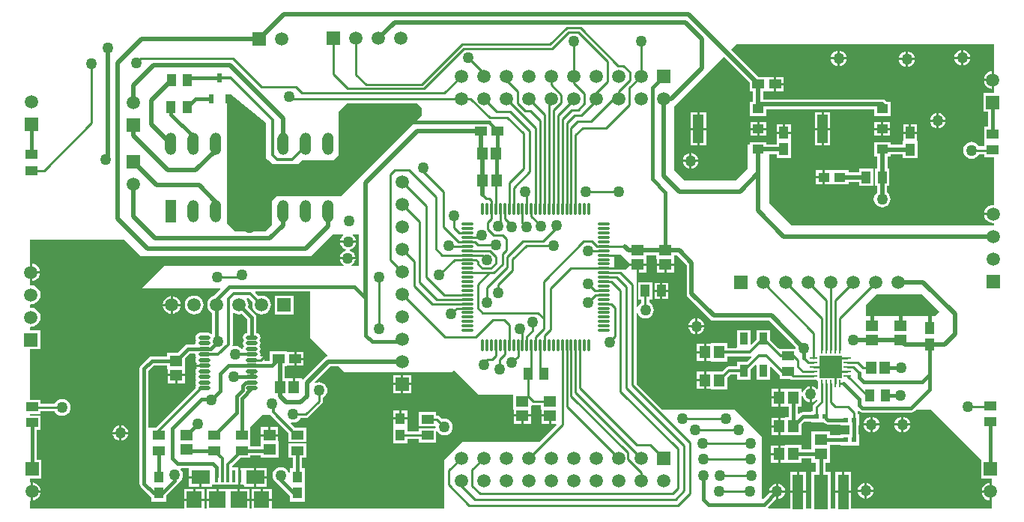
<source format=gtl>
G04 Layer_Physical_Order=1*
G04 Layer_Color=255*
%FSLAX25Y25*%
%MOIN*%
G70*
G01*
G75*
%ADD10O,0.00984X0.03347*%
%ADD11O,0.03347X0.00984*%
%ADD12R,0.10236X0.09843*%
%ADD13O,0.01181X0.05709*%
%ADD14O,0.05709X0.01181*%
%ADD15R,0.03937X0.05315*%
%ADD16R,0.05709X0.05118*%
%ADD17R,0.05315X0.03937*%
%ADD18R,0.02362X0.03937*%
%ADD19R,0.05118X0.04134*%
%ADD20R,0.04134X0.05315*%
%ADD21R,0.05315X0.04134*%
%ADD22R,0.04134X0.05118*%
%ADD23R,0.05118X0.05709*%
%ADD24R,0.04449X0.05787*%
%ADD25O,0.05315X0.01772*%
%ADD26R,0.08268X0.06299*%
%ADD27R,0.07087X0.07480*%
%ADD28R,0.07480X0.07480*%
%ADD29R,0.01575X0.05315*%
%ADD30R,0.02244X0.02441*%
%ADD31R,0.04921X0.12598*%
%ADD32R,0.04921X0.03937*%
%ADD33R,0.03740X0.05315*%
%ADD34R,0.05118X0.15748*%
%ADD35R,0.06299X0.15748*%
%ADD36C,0.01000*%
%ADD37C,0.01200*%
%ADD38C,0.01600*%
%ADD39C,0.02000*%
%ADD40C,0.00800*%
%ADD41O,0.05000X0.10000*%
%ADD42R,0.05000X0.10000*%
%ADD43R,0.05906X0.05906*%
%ADD44C,0.05906*%
%ADD45R,0.05906X0.05906*%
%ADD46C,0.05000*%
G36*
X339157Y210271D02*
Y197400D01*
X339328Y196542D01*
X339814Y195814D01*
X349514Y186114D01*
X350242Y185628D01*
X351100Y185457D01*
X375971D01*
X387633Y173795D01*
X387568Y173300D01*
X387266Y172955D01*
X380542D01*
X380542Y172955D01*
Y172955D01*
X380082Y173087D01*
X376270Y176899D01*
Y181231D01*
X370130D01*
Y176899D01*
X368071Y174839D01*
X367609Y175031D01*
Y181231D01*
X361469D01*
Y173516D01*
X361085Y173235D01*
X357359D01*
Y175454D01*
X349841D01*
Y175254D01*
X347801D01*
Y171400D01*
Y167546D01*
X349841D01*
Y167346D01*
X357359D01*
Y169565D01*
X367227D01*
X367694Y169658D01*
X367896Y169364D01*
X367940Y169197D01*
X365801Y167058D01*
X361469D01*
Y165035D01*
X357900D01*
X357198Y164896D01*
X356602Y164498D01*
X355059Y162954D01*
X349841D01*
Y162754D01*
X347801D01*
Y158900D01*
Y155046D01*
X349841D01*
Y154846D01*
X357359D01*
Y160064D01*
X358660Y161365D01*
X361469D01*
Y159343D01*
X367609D01*
Y163675D01*
X369668Y165734D01*
X370130Y165543D01*
Y159343D01*
X376270D01*
Y164781D01*
X376732Y164972D01*
X380302Y161402D01*
X380542Y161242D01*
Y159531D01*
X385220D01*
X385474Y159362D01*
X386137Y159230D01*
X395720D01*
X395760Y159238D01*
X396901D01*
X397082Y159089D01*
Y158979D01*
X397228D01*
X397538Y158601D01*
Y157460D01*
X397530Y157420D01*
Y155062D01*
X397030Y154892D01*
X396796Y155196D01*
X396065Y155757D01*
X395214Y156110D01*
X394800Y156164D01*
Y152700D01*
Y149236D01*
X395214Y149290D01*
X396065Y149643D01*
X396755Y150172D01*
X396952Y150150D01*
X397295Y150033D01*
X397328Y149879D01*
X395674Y148225D01*
X395298Y147662D01*
X395166Y146999D01*
Y145121D01*
X394577D01*
Y144739D01*
X390850D01*
X390069Y144584D01*
X389408Y144142D01*
X389151Y143885D01*
X388689Y144076D01*
Y147146D01*
X390409D01*
Y151696D01*
X390890Y151786D01*
X391243Y150935D01*
X391804Y150204D01*
X392535Y149643D01*
X393386Y149290D01*
X393800Y149236D01*
Y152700D01*
Y156164D01*
X393386Y156110D01*
X392535Y155757D01*
X391804Y155196D01*
X391243Y154465D01*
X390890Y153614D01*
X390409Y153704D01*
Y155254D01*
X382891D01*
Y155054D01*
X380850D01*
Y151200D01*
Y147346D01*
X382891D01*
Y147146D01*
X384610D01*
Y142554D01*
X382891D01*
Y142354D01*
X380850D01*
Y138500D01*
Y134646D01*
X382891D01*
Y134446D01*
X390409D01*
Y139375D01*
X391694Y140661D01*
X394577D01*
Y140279D01*
X400137D01*
X400558Y139858D01*
X401220Y139416D01*
X402000Y139261D01*
X407577D01*
Y138880D01*
X411562D01*
Y134820D01*
X407578D01*
Y134439D01*
X402854D01*
Y136158D01*
X394746D01*
Y128139D01*
X390359D01*
Y130154D01*
X382841D01*
Y129954D01*
X380801D01*
Y126100D01*
Y122246D01*
X382841D01*
Y122046D01*
X390359D01*
Y124061D01*
X394746D01*
Y122341D01*
X396761D01*
Y118348D01*
X394450D01*
Y102000D01*
X392320D01*
Y108774D01*
X385202D01*
Y102000D01*
X375491D01*
X375284Y102500D01*
X378829Y106045D01*
X378900Y106036D01*
Y109000D01*
X375936D01*
X375945Y108929D01*
X373100Y106084D01*
X372600Y106291D01*
X372600Y133700D01*
X360400Y145900D01*
X328251D01*
X316800Y157351D01*
Y188882D01*
X317300Y188981D01*
X317568Y188334D01*
X318161Y187561D01*
X318934Y186968D01*
X319834Y186595D01*
X320800Y186468D01*
X321766Y186595D01*
X322666Y186968D01*
X323439Y187561D01*
X324032Y188334D01*
X324405Y189234D01*
X324532Y190200D01*
X324405Y191166D01*
X324032Y192066D01*
X323439Y192839D01*
X322666Y193432D01*
X322490Y193505D01*
Y194843D01*
X323925D01*
Y202557D01*
X317588D01*
Y194843D01*
X319023D01*
Y193469D01*
X318934Y193432D01*
X318161Y192839D01*
X317568Y192066D01*
X317300Y191419D01*
X316800Y191518D01*
Y206891D01*
D01*
Y210450D01*
X317300D01*
Y210950D01*
X321154D01*
Y212990D01*
X321354D01*
Y214507D01*
X325646D01*
Y212990D01*
X325846D01*
Y210950D01*
X329700D01*
X333554D01*
Y212990D01*
X333754D01*
Y214507D01*
X334921D01*
X339157Y210271D01*
D02*
G37*
G36*
X313350Y210450D02*
X311636Y208737D01*
X307037D01*
X306900Y208600D01*
Y214700D01*
X309100D01*
X313350Y210450D01*
D02*
G37*
G36*
X193200Y209700D02*
X190061D01*
X189962Y210200D01*
X190065Y210243D01*
X190796Y210804D01*
X191357Y211535D01*
X191710Y212386D01*
X191764Y212800D01*
X184836D01*
X184890Y212386D01*
X185243Y211535D01*
X185804Y210804D01*
X186535Y210243D01*
X186638Y210200D01*
X186539Y209700D01*
X106700D01*
X97000Y200000D01*
X131563D01*
X131754Y199538D01*
X128643Y196426D01*
X127921Y196127D01*
X127053Y195462D01*
X126388Y194594D01*
X125969Y193584D01*
X125826Y192500D01*
X125969Y191416D01*
X126388Y190406D01*
X127053Y189538D01*
X127921Y188873D01*
X127976Y188850D01*
Y179910D01*
X127476Y179643D01*
X127069Y179915D01*
X126255Y180077D01*
X122712D01*
X121898Y179915D01*
X121208Y179454D01*
X120747Y178764D01*
X120585Y177950D01*
X120747Y177136D01*
X121038Y176700D01*
X120747Y176264D01*
X120585Y175450D01*
X120600Y175376D01*
X120283Y174989D01*
X117415D01*
X116635Y174834D01*
X115973Y174392D01*
X112890Y171309D01*
X107961D01*
Y169589D01*
X101150D01*
X100369Y169434D01*
X99708Y168991D01*
X96258Y165542D01*
X95816Y164880D01*
X95661Y164100D01*
Y113000D01*
X95816Y112220D01*
X96258Y111558D01*
X100541Y107275D01*
X100948Y107003D01*
Y104957D01*
X107482D01*
Y107498D01*
X112742Y112758D01*
X113184Y113420D01*
X113222Y113611D01*
X113939Y114161D01*
X114532Y114934D01*
X114905Y115834D01*
X115032Y116800D01*
X114905Y117766D01*
X114532Y118666D01*
X113999Y119361D01*
X114132Y119861D01*
X117701D01*
Y116239D01*
X122835D01*
Y115739D01*
X123335D01*
Y111590D01*
X127969D01*
Y112374D01*
X139586D01*
Y112574D01*
X139657D01*
Y116232D01*
Y119889D01*
X139586D01*
Y120089D01*
X136875D01*
Y120764D01*
X140542Y124432D01*
X144972D01*
Y125561D01*
X149461D01*
Y124441D01*
X157569D01*
Y131959D01*
X157369D01*
Y133999D01*
X149661D01*
Y131959D01*
X149461D01*
Y129639D01*
X144972D01*
Y130769D01*
Y138072D01*
X150400Y143500D01*
X153905D01*
X162057Y135347D01*
Y131518D01*
X169772D01*
Y137855D01*
X164740D01*
X162862Y139733D01*
X162959Y139994D01*
X163118Y140184D01*
X164000Y140068D01*
X164966Y140195D01*
X165866Y140568D01*
X166639Y141161D01*
X167232Y141934D01*
X167287Y142067D01*
X169700D01*
X170363Y142199D01*
X170926Y142574D01*
X176726Y148374D01*
X177101Y148937D01*
X177233Y149600D01*
Y151113D01*
X177366Y151168D01*
X178139Y151761D01*
X178732Y152534D01*
X179105Y153434D01*
X179232Y154400D01*
X179105Y155366D01*
X178732Y156266D01*
X178139Y157039D01*
X177366Y157632D01*
X176466Y158005D01*
X175500Y158132D01*
X174534Y158005D01*
X173937Y157757D01*
X173653Y158181D01*
X180529Y165057D01*
X184343D01*
X187000Y162400D01*
X234600D01*
X235600Y163400D01*
X246600Y152400D01*
X261946D01*
Y145741D01*
X262146D01*
Y143701D01*
X266000D01*
Y143201D01*
D01*
Y143701D01*
X269854D01*
Y145741D01*
X270054D01*
Y147532D01*
X270554Y147855D01*
X271000Y147767D01*
X274346D01*
Y145741D01*
X274546D01*
Y143701D01*
X278400D01*
Y143201D01*
X278900D01*
Y139642D01*
X281037D01*
X281228Y139180D01*
X273449Y131400D01*
X239100D01*
X238300Y130600D01*
X231100Y123400D01*
Y102000D01*
X154543D01*
Y105200D01*
X145457D01*
Y102000D01*
X144504D01*
Y105200D01*
X139764D01*
Y105700D01*
X139264D01*
Y110440D01*
X130815D01*
Y105700D01*
X130315D01*
Y105200D01*
X125575D01*
Y102000D01*
X124622D01*
Y105200D01*
X115535D01*
Y102000D01*
X46900D01*
Y105253D01*
X47276Y105582D01*
X47300Y105579D01*
Y109500D01*
Y113421D01*
X47276Y113418D01*
X46900Y113748D01*
Y115347D01*
X51953D01*
Y123653D01*
X49939D01*
Y136888D01*
X51758D01*
Y143225D01*
X46900D01*
Y143975D01*
X51758D01*
Y145067D01*
X57913D01*
X57968Y144934D01*
X58561Y144161D01*
X59334Y143568D01*
X60234Y143195D01*
X61200Y143068D01*
X62166Y143195D01*
X63066Y143568D01*
X63839Y144161D01*
X64432Y144934D01*
X64805Y145834D01*
X64932Y146800D01*
X64805Y147766D01*
X64432Y148666D01*
X63839Y149439D01*
X63066Y150032D01*
X62166Y150405D01*
X61200Y150532D01*
X60234Y150405D01*
X59334Y150032D01*
X58561Y149439D01*
X57968Y148666D01*
X57913Y148533D01*
X51758D01*
Y150312D01*
X46900D01*
X46900Y172847D01*
X51553D01*
Y181153D01*
X46900D01*
Y182498D01*
X47276Y182828D01*
X47400Y182811D01*
X48484Y182954D01*
X49494Y183373D01*
X50362Y184038D01*
X51027Y184906D01*
X51446Y185916D01*
X51589Y187000D01*
X51446Y188084D01*
X51027Y189094D01*
X50362Y189962D01*
X49494Y190627D01*
X48484Y191046D01*
X47400Y191189D01*
X47276Y191172D01*
X46900Y191502D01*
Y192498D01*
X47276Y192828D01*
X47400Y192811D01*
X48484Y192954D01*
X49494Y193373D01*
X50362Y194038D01*
X51027Y194906D01*
X51446Y195916D01*
X51589Y197000D01*
X51446Y198084D01*
X51027Y199094D01*
X50362Y199962D01*
X49494Y200627D01*
X48484Y201046D01*
X47400Y201189D01*
X47276Y201172D01*
X46900Y201502D01*
Y202700D01*
X46900Y202700D01*
Y207000D01*
Y211300D01*
X46900Y211300D01*
Y221500D01*
X88900D01*
X96100Y214300D01*
X171900Y214300D01*
X181600Y224000D01*
X186360D01*
X186530Y223500D01*
X186004Y223096D01*
X185443Y222365D01*
X185090Y221514D01*
X185036Y221100D01*
X191964D01*
X191910Y221514D01*
X191557Y222365D01*
X190996Y223096D01*
X190470Y223500D01*
X190640Y224000D01*
X193200D01*
Y209700D01*
D02*
G37*
G36*
X152000Y273500D02*
Y257900D01*
X152900Y257000D01*
X154850Y255050D01*
X166100D01*
X168050Y257000D01*
X182000Y257000D01*
X184300Y259300D01*
X184300Y278600D01*
X187800Y282100D01*
X219200D01*
X221400Y279900D01*
Y276900D01*
X185500Y241000D01*
X156600Y241000D01*
X154600Y239000D01*
Y228100D01*
X151600Y225100D01*
X138200D01*
X136500Y226800D01*
X134500Y228800D01*
Y282100D01*
X133800D01*
Y286100D01*
X134500Y286100D01*
X136200Y286100D01*
X152000Y273500D01*
D02*
G37*
G36*
X476000Y308600D02*
Y296887D01*
X475900Y296799D01*
Y292600D01*
Y288401D01*
X476000Y288313D01*
Y286753D01*
X471247D01*
Y278447D01*
X473361D01*
Y271712D01*
X471543D01*
Y265375D01*
X471600D01*
Y264625D01*
X471543D01*
Y263033D01*
X469187D01*
X469132Y263166D01*
X468539Y263939D01*
X467766Y264532D01*
X466866Y264905D01*
X465900Y265032D01*
X464934Y264905D01*
X464034Y264532D01*
X463261Y263939D01*
X462668Y263166D01*
X462295Y262266D01*
X462168Y261300D01*
X462295Y260334D01*
X462668Y259434D01*
X463261Y258661D01*
X464034Y258068D01*
X464934Y257695D01*
X465900Y257568D01*
X466866Y257695D01*
X467766Y258068D01*
X468539Y258661D01*
X469132Y259434D01*
X469187Y259567D01*
X471543D01*
Y258288D01*
X476000D01*
Y237300D01*
X475624Y236970D01*
X475500Y236987D01*
X474468Y236851D01*
X473507Y236453D01*
X472681Y235819D01*
X472047Y234993D01*
X471649Y234032D01*
X471579Y233500D01*
X475500D01*
Y232500D01*
X471579D01*
X471649Y231968D01*
X472047Y231007D01*
X472681Y230181D01*
X473507Y229547D01*
X474468Y229149D01*
X475500Y229013D01*
X475624Y229029D01*
X476000Y228700D01*
Y228000D01*
X462800Y228000D01*
X385800Y228000D01*
X375900Y237900D01*
X375900Y259457D01*
X379133D01*
Y257853D01*
X385667D01*
Y265568D01*
X385467D01*
Y268691D01*
X382400D01*
X379333D01*
Y265568D01*
X379133D01*
Y263943D01*
X375900D01*
Y264000D01*
X374661D01*
Y264868D01*
X367339D01*
Y264000D01*
X366100D01*
Y253100D01*
X361000Y248000D01*
X338100D01*
X333600Y252500D01*
X333600Y280800D01*
X355669Y302869D01*
X367143Y291395D01*
Y287443D01*
X368757D01*
Y282979D01*
X367339D01*
Y276642D01*
X374661D01*
Y279457D01*
X422539D01*
Y276642D01*
X429861D01*
Y282979D01*
X427991D01*
X427786Y283286D01*
X427058Y283772D01*
X426200Y283943D01*
X373243D01*
Y287443D01*
X374857D01*
Y287643D01*
X377980D01*
Y290710D01*
Y293777D01*
X374857D01*
Y293977D01*
X370905D01*
X358841Y306041D01*
X361400Y308600D01*
X476000Y308600D01*
D02*
G37*
G36*
X120600Y170524D02*
X120585Y170450D01*
X120747Y169636D01*
X121038Y169200D01*
X120747Y168764D01*
X120585Y167950D01*
X120747Y167136D01*
X121159Y166520D01*
X120935Y166186D01*
X120888Y165950D01*
X122074D01*
X122712Y165823D01*
X124484D01*
Y165077D01*
X122712D01*
X122074Y164950D01*
X120888D01*
X120935Y164714D01*
X121159Y164380D01*
X120747Y163764D01*
X120585Y162950D01*
X120747Y162136D01*
X121038Y161700D01*
X120747Y161264D01*
X120585Y160450D01*
X120747Y159636D01*
X121038Y159200D01*
X120747Y158764D01*
X120585Y157950D01*
X120747Y157136D01*
X121038Y156700D01*
X120747Y156264D01*
X120585Y155450D01*
X120597Y155392D01*
X103060Y137855D01*
X100357D01*
Y137800D01*
X99739D01*
Y163255D01*
X101994Y165510D01*
X107961D01*
Y163791D01*
X108161D01*
Y161750D01*
X112015D01*
X115869D01*
Y163791D01*
X116069D01*
Y168720D01*
X118260Y170911D01*
X120283D01*
X120600Y170524D01*
D02*
G37*
G36*
X448000Y145900D02*
X469974Y123926D01*
X470247Y123553D01*
X470247D01*
X470247Y123553D01*
Y115247D01*
X474900D01*
Y113700D01*
X474900D01*
Y109400D01*
Y105100D01*
D01*
Y102000D01*
X412398D01*
Y108774D01*
X405280D01*
Y102000D01*
X403150D01*
Y118348D01*
X400839D01*
Y122341D01*
X402854D01*
Y128640D01*
Y130361D01*
X407578D01*
Y129980D01*
X415923D01*
Y134820D01*
X415640D01*
Y138880D01*
X415922D01*
Y143720D01*
X415333D01*
Y144600D01*
X415333Y144600D01*
X415240Y145069D01*
X415701Y145315D01*
X415858Y145158D01*
X416520Y144716D01*
X417300Y144561D01*
X439000D01*
X439780Y144716D01*
X440442Y145158D01*
X441184Y145900D01*
X448000D01*
D02*
G37*
G36*
X137921Y188873D02*
X138931Y188454D01*
X140015Y188311D01*
X141099Y188454D01*
X141154Y188477D01*
X143507Y186124D01*
Y180024D01*
X142961Y179915D01*
X142271Y179454D01*
X141810Y178764D01*
X141648Y177950D01*
X141810Y177136D01*
X142101Y176700D01*
X141810Y176264D01*
X141648Y175450D01*
X141810Y174636D01*
X142101Y174200D01*
X141810Y173764D01*
X141664Y173030D01*
X141418Y172910D01*
X141160Y172865D01*
X140989Y173089D01*
X140216Y173682D01*
X139316Y174055D01*
X138350Y174182D01*
X137419Y174059D01*
X137326Y174112D01*
X137110Y174325D01*
X137025Y174447D01*
X137135Y175000D01*
Y188910D01*
X137584Y189131D01*
X137921Y188873D01*
D02*
G37*
G36*
X171500Y177900D02*
X173700Y175700D01*
X179389Y170011D01*
X179225Y169468D01*
X178742Y169372D01*
X178014Y168886D01*
X168514Y159386D01*
X168473Y159325D01*
X167973Y159477D01*
Y159754D01*
X164914D01*
Y155900D01*
X163914D01*
Y159754D01*
X161874D01*
Y159954D01*
X160358D01*
Y165233D01*
X161372D01*
Y165433D01*
X164495D01*
Y168500D01*
Y171567D01*
X161372D01*
Y171767D01*
X153657D01*
Y167526D01*
X153620Y167489D01*
X151686D01*
X151368Y167876D01*
X151383Y167950D01*
X151251Y168613D01*
X150876Y169176D01*
X150313Y169551D01*
X149650Y169683D01*
X149362Y170034D01*
X149445Y170450D01*
X149283Y171264D01*
X148992Y171700D01*
X149283Y172136D01*
X149445Y172950D01*
X149283Y173764D01*
X148992Y174200D01*
X149283Y174636D01*
X149445Y175450D01*
X149283Y176264D01*
X148992Y176700D01*
X149283Y177136D01*
X149445Y177950D01*
X149283Y178764D01*
X148822Y179454D01*
X148132Y179915D01*
X147586Y180024D01*
Y186969D01*
X147430Y187749D01*
X146988Y188410D01*
X144038Y191361D01*
X144061Y191416D01*
X144203Y192500D01*
X144061Y193584D01*
X143642Y194594D01*
X143205Y195165D01*
X143451Y195665D01*
X144255D01*
X146076Y193843D01*
X145969Y193584D01*
X145826Y192500D01*
X145969Y191416D01*
X146388Y190406D01*
X147053Y189538D01*
X147921Y188873D01*
X148931Y188454D01*
X150015Y188311D01*
X151099Y188454D01*
X152109Y188873D01*
X152977Y189538D01*
X153642Y190406D01*
X154061Y191416D01*
X154203Y192500D01*
X154061Y193584D01*
X153642Y194594D01*
X152977Y195462D01*
X152109Y196127D01*
X151099Y196546D01*
X150015Y196689D01*
X148931Y196546D01*
X148672Y196439D01*
X147111Y197999D01*
X147303Y198461D01*
X171500D01*
Y177900D01*
D02*
G37*
G36*
X451500Y189600D02*
X449500Y187600D01*
X419000D01*
Y192500D01*
X423700Y197200D01*
X443900D01*
X451500Y189600D01*
D02*
G37*
%LPC*%
G36*
X379850Y142354D02*
X376791D01*
Y139000D01*
X379850D01*
Y142354D01*
D02*
G37*
G36*
X346801Y162754D02*
X343742D01*
Y159400D01*
X346801D01*
Y162754D01*
D02*
G37*
G36*
Y175254D02*
X343742D01*
Y171900D01*
X346801D01*
Y175254D01*
D02*
G37*
G36*
Y170900D02*
X343742D01*
Y167546D01*
X346801D01*
Y170900D01*
D02*
G37*
G36*
X379850Y155054D02*
X376791D01*
Y151700D01*
X379850D01*
Y155054D01*
D02*
G37*
G36*
Y150700D02*
X376791D01*
Y147346D01*
X379850D01*
Y150700D01*
D02*
G37*
G36*
X346801Y158400D02*
X343742D01*
Y155046D01*
X346801D01*
Y158400D01*
D02*
G37*
G36*
X388261Y118148D02*
X385202D01*
Y109774D01*
X388261D01*
Y118148D01*
D02*
G37*
G36*
X392320D02*
X389261D01*
Y109774D01*
X392320D01*
Y118148D01*
D02*
G37*
G36*
X382864Y109000D02*
X379900D01*
Y106036D01*
X380314Y106090D01*
X381165Y106443D01*
X381896Y107004D01*
X382457Y107735D01*
X382810Y108586D01*
X382864Y109000D01*
D02*
G37*
G36*
X378900Y112964D02*
X378486Y112910D01*
X377635Y112557D01*
X376904Y111996D01*
X376343Y111265D01*
X375990Y110414D01*
X375936Y110000D01*
X378900D01*
Y112964D01*
D02*
G37*
G36*
X379801Y129954D02*
X376742D01*
Y126600D01*
X379801D01*
Y129954D01*
D02*
G37*
G36*
Y125600D02*
X376742D01*
Y122246D01*
X379801D01*
Y125600D01*
D02*
G37*
G36*
X379850Y138000D02*
X376791D01*
Y134646D01*
X379850D01*
Y138000D01*
D02*
G37*
G36*
X379900Y112964D02*
Y110000D01*
X382864D01*
X382810Y110414D01*
X382457Y111265D01*
X381896Y111996D01*
X381165Y112557D01*
X380314Y112910D01*
X379900Y112964D01*
D02*
G37*
G36*
X330812Y198200D02*
X328343D01*
Y195043D01*
X330812D01*
Y198200D01*
D02*
G37*
G36*
X327343Y202358D02*
X324875D01*
Y199200D01*
X327343D01*
Y202358D01*
D02*
G37*
G36*
Y198200D02*
X324875D01*
Y195043D01*
X327343D01*
Y198200D01*
D02*
G37*
G36*
X346964Y182500D02*
X344000D01*
Y179536D01*
X344414Y179590D01*
X345265Y179943D01*
X345996Y180504D01*
X346557Y181235D01*
X346910Y182086D01*
X346964Y182500D01*
D02*
G37*
G36*
X343000Y186464D02*
X342586Y186410D01*
X341735Y186057D01*
X341004Y185496D01*
X340443Y184765D01*
X340090Y183914D01*
X340036Y183500D01*
X343000D01*
Y186464D01*
D02*
G37*
G36*
Y182500D02*
X340036D01*
X340090Y182086D01*
X340443Y181235D01*
X341004Y180504D01*
X341735Y179943D01*
X342586Y179590D01*
X343000Y179536D01*
Y182500D01*
D02*
G37*
G36*
X344000Y186464D02*
Y183500D01*
X346964D01*
X346910Y183914D01*
X346557Y184765D01*
X345996Y185496D01*
X345265Y186057D01*
X344414Y186410D01*
X344000Y186464D01*
D02*
G37*
G36*
X330812Y202358D02*
X328343D01*
Y199200D01*
X330812D01*
Y202358D01*
D02*
G37*
G36*
X329200Y209950D02*
X325846D01*
Y206891D01*
X329200D01*
Y209950D01*
D02*
G37*
G36*
X333554D02*
X330200D01*
Y206891D01*
X333554D01*
Y209950D01*
D02*
G37*
G36*
X321154D02*
X317800D01*
Y206891D01*
X321154D01*
Y209950D01*
D02*
G37*
G36*
X277900Y142701D02*
X274546D01*
Y139642D01*
X277900D01*
Y142701D01*
D02*
G37*
G36*
X265500D02*
X262146D01*
Y139642D01*
X265500D01*
Y142701D01*
D02*
G37*
G36*
X269854D02*
X266500D01*
Y139642D01*
X269854D01*
Y142701D01*
D02*
G37*
G36*
X211200Y145459D02*
X208633D01*
Y142400D01*
X211200D01*
Y145459D01*
D02*
G37*
G36*
X227658Y144769D02*
X219942D01*
Y138432D01*
X227300D01*
X227495Y138084D01*
X227201Y137682D01*
X219942D01*
Y136247D01*
X214967D01*
Y138376D01*
X214767D01*
Y141400D01*
X211700D01*
X208633D01*
Y138376D01*
X208433D01*
Y130858D01*
X214967D01*
Y132780D01*
X219942D01*
Y131345D01*
X227658D01*
Y136082D01*
X228157Y136217D01*
X228661Y135561D01*
X229434Y134968D01*
X230334Y134595D01*
X231300Y134468D01*
X232266Y134595D01*
X233166Y134968D01*
X233939Y135561D01*
X234532Y136334D01*
X234905Y137234D01*
X235032Y138200D01*
X234905Y139166D01*
X234532Y140066D01*
X233939Y140839D01*
X233166Y141432D01*
X232266Y141805D01*
X231300Y141932D01*
X230334Y141805D01*
X230201Y141750D01*
X229126Y142826D01*
X228563Y143201D01*
X227900Y143333D01*
X227658D01*
Y144769D01*
D02*
G37*
G36*
X86700Y138964D02*
X86286Y138910D01*
X85435Y138557D01*
X84704Y137996D01*
X84143Y137265D01*
X83790Y136414D01*
X83736Y136000D01*
X86700D01*
Y138964D01*
D02*
G37*
G36*
X87700D02*
Y136000D01*
X90664D01*
X90610Y136414D01*
X90257Y137265D01*
X89696Y137996D01*
X88965Y138557D01*
X88114Y138910D01*
X87700Y138964D01*
D02*
G37*
G36*
X214767Y145459D02*
X212200D01*
Y142400D01*
X214767D01*
Y145459D01*
D02*
G37*
G36*
X212000Y161253D02*
X208547D01*
Y157800D01*
X212000D01*
Y161253D01*
D02*
G37*
G36*
X216453D02*
X213000D01*
Y157800D01*
X216453D01*
Y161253D01*
D02*
G37*
G36*
X212000Y156800D02*
X208547D01*
Y153347D01*
X212000D01*
Y156800D01*
D02*
G37*
G36*
X216453D02*
X213000D01*
Y153347D01*
X216453D01*
Y156800D01*
D02*
G37*
G36*
X154543Y110440D02*
X150500D01*
Y106200D01*
X154543D01*
Y110440D01*
D02*
G37*
G36*
X119579D02*
X115535D01*
Y106200D01*
X119579D01*
Y110440D01*
D02*
G37*
G36*
X51721Y109000D02*
X48300D01*
Y105579D01*
X48832Y105649D01*
X49793Y106047D01*
X50619Y106681D01*
X51253Y107507D01*
X51651Y108468D01*
X51721Y109000D01*
D02*
G37*
G36*
X144504Y110440D02*
X140264D01*
Y106200D01*
X144504D01*
Y110440D01*
D02*
G37*
G36*
X149500D02*
X145457D01*
Y106200D01*
X149500D01*
Y110440D01*
D02*
G37*
G36*
X124622D02*
X120579D01*
Y106200D01*
X124622D01*
Y110440D01*
D02*
G37*
G36*
X129815D02*
X125575D01*
Y106200D01*
X129815D01*
Y110440D01*
D02*
G37*
G36*
X86700Y135000D02*
X83736D01*
X83790Y134586D01*
X84143Y133735D01*
X84704Y133004D01*
X85435Y132443D01*
X86286Y132090D01*
X86700Y132036D01*
Y135000D01*
D02*
G37*
G36*
X169772Y130769D02*
X162057D01*
Y124432D01*
X163876D01*
Y119759D01*
X162648D01*
Y117270D01*
X162148Y117237D01*
X162105Y117566D01*
X161732Y118466D01*
X161139Y119239D01*
X160366Y119832D01*
X159466Y120205D01*
X158500Y120332D01*
X157534Y120205D01*
X156634Y119832D01*
X155861Y119239D01*
X155268Y118466D01*
X154895Y117566D01*
X154768Y116600D01*
X154895Y115634D01*
X155268Y114734D01*
X155861Y113961D01*
X156634Y113368D01*
X156842Y113282D01*
X157058Y112958D01*
X162648Y107368D01*
Y104957D01*
X169182D01*
Y112241D01*
Y119759D01*
X167954D01*
Y124432D01*
X169772D01*
Y130769D01*
D02*
G37*
G36*
X153015Y138058D02*
X149661D01*
Y134999D01*
X153015D01*
Y138058D01*
D02*
G37*
G36*
X157369D02*
X154015D01*
Y134999D01*
X157369D01*
Y138058D01*
D02*
G37*
G36*
X90664Y135000D02*
X87700D01*
Y132036D01*
X88114Y132090D01*
X88965Y132443D01*
X89696Y133004D01*
X90257Y133735D01*
X90610Y134586D01*
X90664Y135000D01*
D02*
G37*
G36*
X48300Y113421D02*
Y110000D01*
X51721D01*
X51651Y110532D01*
X51253Y111493D01*
X50619Y112319D01*
X49793Y112953D01*
X48832Y113351D01*
X48300Y113421D01*
D02*
G37*
G36*
X152378Y115239D02*
X147744D01*
Y111590D01*
X152378D01*
Y115239D01*
D02*
G37*
G36*
X147744Y119889D02*
Y116239D01*
X152378D01*
Y119889D01*
X147744D01*
D02*
G37*
G36*
X122335Y115239D02*
X117701D01*
Y111590D01*
X122335D01*
Y115239D01*
D02*
G37*
G36*
X141945Y119889D02*
X141610Y119889D01*
X140657D01*
Y116232D01*
Y112574D01*
X141945Y112574D01*
X142110Y112143D01*
Y111590D01*
X146744D01*
Y115739D01*
Y119889D01*
X142445D01*
X141945Y119889D01*
D02*
G37*
G36*
X113936Y192000D02*
X110515D01*
Y188579D01*
X111047Y188649D01*
X112008Y189047D01*
X112834Y189681D01*
X113468Y190507D01*
X113866Y191468D01*
X113936Y192000D01*
D02*
G37*
G36*
X109515Y196421D02*
X108983Y196351D01*
X108021Y195953D01*
X107196Y195319D01*
X106562Y194493D01*
X106164Y193532D01*
X106094Y193000D01*
X109515D01*
Y196421D01*
D02*
G37*
G36*
Y192000D02*
X106094D01*
X106164Y191468D01*
X106562Y190507D01*
X107196Y189681D01*
X108021Y189047D01*
X108983Y188649D01*
X109515Y188579D01*
Y192000D01*
D02*
G37*
G36*
X110515Y196421D02*
Y193000D01*
X113936D01*
X113866Y193532D01*
X113468Y194493D01*
X112834Y195319D01*
X112008Y195953D01*
X111047Y196351D01*
X110515Y196421D01*
D02*
G37*
G36*
X120015Y196689D02*
X118931Y196546D01*
X117921Y196127D01*
X117053Y195462D01*
X116387Y194594D01*
X115969Y193584D01*
X115826Y192500D01*
X115969Y191416D01*
X116387Y190406D01*
X117053Y189538D01*
X117921Y188873D01*
X118931Y188454D01*
X120015Y188311D01*
X121099Y188454D01*
X122109Y188873D01*
X122977Y189538D01*
X123642Y190406D01*
X124061Y191416D01*
X124204Y192500D01*
X124061Y193584D01*
X123642Y194594D01*
X122977Y195462D01*
X122109Y196127D01*
X121099Y196546D01*
X120015Y196689D01*
D02*
G37*
G36*
X51321Y206500D02*
X47900D01*
Y203079D01*
X48432Y203149D01*
X49393Y203547D01*
X50219Y204181D01*
X50853Y205007D01*
X51251Y205968D01*
X51321Y206500D01*
D02*
G37*
G36*
X191964Y220100D02*
X185036D01*
X185090Y219686D01*
X185443Y218835D01*
X186004Y218104D01*
X186735Y217543D01*
X187494Y217228D01*
X187515Y216891D01*
X187474Y216722D01*
X187386Y216710D01*
X186535Y216357D01*
X185804Y215796D01*
X185243Y215065D01*
X184890Y214214D01*
X184836Y213800D01*
X191764D01*
X191710Y214214D01*
X191357Y215065D01*
X190796Y215796D01*
X190065Y216357D01*
X189306Y216672D01*
X189285Y217009D01*
X189326Y217179D01*
X189414Y217190D01*
X190265Y217543D01*
X190996Y218104D01*
X191557Y218835D01*
X191910Y219686D01*
X191964Y220100D01*
D02*
G37*
G36*
X47900Y210921D02*
Y207500D01*
X51321D01*
X51251Y208032D01*
X50853Y208993D01*
X50219Y209819D01*
X49393Y210453D01*
X48432Y210851D01*
X47900Y210921D01*
D02*
G37*
G36*
X461300Y305964D02*
X460886Y305910D01*
X460035Y305557D01*
X459304Y304996D01*
X458743Y304265D01*
X458390Y303414D01*
X458336Y303000D01*
X461300D01*
Y305964D01*
D02*
G37*
G36*
X462300D02*
Y303000D01*
X465264D01*
X465210Y303414D01*
X464857Y304265D01*
X464296Y304996D01*
X463565Y305557D01*
X462714Y305910D01*
X462300Y305964D01*
D02*
G37*
G36*
X441579Y272813D02*
X439013D01*
Y269655D01*
X441579D01*
Y272813D01*
D02*
G37*
G36*
X381900Y272848D02*
X379333D01*
Y269691D01*
X381900D01*
Y272848D01*
D02*
G37*
G36*
X429661Y270255D02*
X426700D01*
Y267787D01*
X429661D01*
Y270255D01*
D02*
G37*
G36*
X438013Y272813D02*
X435446D01*
Y269655D01*
X438013D01*
Y272813D01*
D02*
G37*
G36*
X454364Y274000D02*
X451400D01*
Y271036D01*
X451814Y271090D01*
X452665Y271443D01*
X453396Y272004D01*
X453957Y272735D01*
X454310Y273586D01*
X454364Y274000D01*
D02*
G37*
G36*
X343925Y278054D02*
X340965D01*
Y271255D01*
X343925D01*
Y278054D01*
D02*
G37*
G36*
X385467Y272848D02*
X382900D01*
Y269691D01*
X385467D01*
Y272848D01*
D02*
G37*
G36*
X450400Y274000D02*
X447436D01*
X447490Y273586D01*
X447843Y272735D01*
X448404Y272004D01*
X449135Y271443D01*
X449986Y271090D01*
X450400Y271036D01*
Y274000D01*
D02*
G37*
G36*
X399125Y270255D02*
X396165D01*
Y263456D01*
X399125D01*
Y270255D01*
D02*
G37*
G36*
X403086D02*
X400125D01*
Y263456D01*
X403086D01*
Y270255D01*
D02*
G37*
G36*
X343925D02*
X340965D01*
Y263456D01*
X343925D01*
Y270255D01*
D02*
G37*
G36*
X347886D02*
X344925D01*
Y263456D01*
X347886D01*
Y270255D01*
D02*
G37*
G36*
X374461D02*
X371500D01*
Y267787D01*
X374461D01*
Y270255D01*
D02*
G37*
G36*
X425700D02*
X422739D01*
Y267787D01*
X425700D01*
Y270255D01*
D02*
G37*
G36*
X441579Y268655D02*
X438513D01*
X435446D01*
Y265532D01*
X435246D01*
Y263918D01*
X429861D01*
Y264868D01*
X422539D01*
Y258531D01*
X423957D01*
Y253168D01*
X422975D01*
Y245453D01*
X423900D01*
Y242586D01*
X423504Y242282D01*
X422911Y241509D01*
X422539Y240609D01*
X422411Y239643D01*
X422539Y238677D01*
X422911Y237777D01*
X423504Y237004D01*
X424277Y236411D01*
X425177Y236038D01*
X426143Y235911D01*
X427109Y236038D01*
X428009Y236411D01*
X428782Y237004D01*
X429375Y237777D01*
X429748Y238677D01*
X429875Y239643D01*
X429748Y240609D01*
X429375Y241509D01*
X428782Y242282D01*
X428386Y242586D01*
Y245453D01*
X429312D01*
Y253168D01*
X428443D01*
Y258531D01*
X429861D01*
Y259432D01*
X435246D01*
Y257817D01*
X441780D01*
Y265532D01*
X441579D01*
Y268655D01*
D02*
G37*
G36*
X370500Y270255D02*
X367539D01*
Y267787D01*
X370500D01*
Y270255D01*
D02*
G37*
G36*
Y273724D02*
X367539D01*
Y271255D01*
X370500D01*
Y273724D01*
D02*
G37*
G36*
X382138Y290210D02*
X378980D01*
Y287643D01*
X382138D01*
Y290210D01*
D02*
G37*
G36*
X474900Y292100D02*
X471479D01*
X471549Y291568D01*
X471947Y290607D01*
X472581Y289781D01*
X473407Y289147D01*
X474368Y288749D01*
X474900Y288679D01*
Y292100D01*
D02*
G37*
G36*
X410264Y301700D02*
X407300D01*
Y298736D01*
X407714Y298790D01*
X408565Y299143D01*
X409296Y299704D01*
X409857Y300435D01*
X410210Y301286D01*
X410264Y301700D01*
D02*
G37*
G36*
X406300D02*
X403336D01*
X403390Y301286D01*
X403743Y300435D01*
X404304Y299704D01*
X405035Y299143D01*
X405886Y298790D01*
X406300Y298736D01*
Y301700D01*
D02*
G37*
G36*
X436600Y301400D02*
X433636D01*
X433690Y300986D01*
X434043Y300135D01*
X434604Y299404D01*
X435335Y298843D01*
X436186Y298490D01*
X436600Y298436D01*
Y301400D01*
D02*
G37*
G36*
X440564D02*
X437600D01*
Y298436D01*
X438014Y298490D01*
X438865Y298843D01*
X439596Y299404D01*
X440157Y300135D01*
X440510Y300986D01*
X440564Y301400D01*
D02*
G37*
G36*
X382138Y293777D02*
X378980D01*
Y291210D01*
X382138D01*
Y293777D01*
D02*
G37*
G36*
X474900Y296521D02*
X474368Y296451D01*
X473407Y296053D01*
X472581Y295419D01*
X471947Y294593D01*
X471549Y293632D01*
X471479Y293100D01*
X474900D01*
Y296521D01*
D02*
G37*
G36*
X347886Y278054D02*
X344925D01*
Y271255D01*
X347886D01*
Y278054D01*
D02*
G37*
G36*
X374461Y273724D02*
X371500D01*
Y271255D01*
X374461D01*
Y273724D01*
D02*
G37*
G36*
X399125Y278054D02*
X396165D01*
Y271255D01*
X399125D01*
Y278054D01*
D02*
G37*
G36*
X425700Y273724D02*
X422739D01*
Y271255D01*
X425700D01*
Y273724D01*
D02*
G37*
G36*
X450400Y277964D02*
X449986Y277910D01*
X449135Y277557D01*
X448404Y276996D01*
X447843Y276265D01*
X447490Y275414D01*
X447436Y275000D01*
X450400D01*
Y277964D01*
D02*
G37*
G36*
X451400D02*
Y275000D01*
X454364D01*
X454310Y275414D01*
X453957Y276265D01*
X453396Y276996D01*
X452665Y277557D01*
X451814Y277910D01*
X451400Y277964D01*
D02*
G37*
G36*
X403086Y278054D02*
X400125D01*
Y271255D01*
X403086D01*
Y278054D01*
D02*
G37*
G36*
X429661Y273724D02*
X426700D01*
Y271255D01*
X429661D01*
Y273724D01*
D02*
G37*
G36*
X407300Y305664D02*
Y302700D01*
X410264D01*
X410210Y303114D01*
X409857Y303965D01*
X409296Y304696D01*
X408565Y305257D01*
X407714Y305610D01*
X407300Y305664D01*
D02*
G37*
G36*
X437600Y305364D02*
Y302400D01*
X440564D01*
X440510Y302814D01*
X440157Y303665D01*
X439596Y304396D01*
X438865Y304957D01*
X438014Y305310D01*
X437600Y305364D01*
D02*
G37*
G36*
X406300Y305664D02*
X405886Y305610D01*
X405035Y305257D01*
X404304Y304696D01*
X403743Y303965D01*
X403390Y303114D01*
X403336Y302700D01*
X406300D01*
Y305664D01*
D02*
G37*
G36*
X399617Y252377D02*
X396557D01*
Y249810D01*
X399617D01*
Y252377D01*
D02*
G37*
G36*
X422225Y253168D02*
X415888D01*
Y251553D01*
X411159D01*
Y252577D01*
X403641D01*
Y252377D01*
X400617D01*
Y249310D01*
Y246243D01*
X403641D01*
Y246043D01*
X411159D01*
Y247067D01*
X415888D01*
Y245453D01*
X422225D01*
Y253168D01*
D02*
G37*
G36*
X461300Y302000D02*
X458336D01*
X458390Y301586D01*
X458743Y300735D01*
X459304Y300004D01*
X460035Y299443D01*
X460886Y299090D01*
X461300Y299036D01*
Y302000D01*
D02*
G37*
G36*
X399617Y248810D02*
X396557D01*
Y246243D01*
X399617D01*
Y248810D01*
D02*
G37*
G36*
X340400Y260064D02*
X339986Y260010D01*
X339135Y259657D01*
X338404Y259096D01*
X337843Y258365D01*
X337490Y257514D01*
X337436Y257100D01*
X340400D01*
Y260064D01*
D02*
G37*
G36*
X341400D02*
Y257100D01*
X344364D01*
X344310Y257514D01*
X343957Y258365D01*
X343396Y259096D01*
X342665Y259657D01*
X341814Y260010D01*
X341400Y260064D01*
D02*
G37*
G36*
X340400Y256100D02*
X337436D01*
X337490Y255686D01*
X337843Y254835D01*
X338404Y254104D01*
X339135Y253543D01*
X339986Y253190D01*
X340400Y253136D01*
Y256100D01*
D02*
G37*
G36*
X344364D02*
X341400D01*
Y253136D01*
X341814Y253190D01*
X342665Y253543D01*
X343396Y254104D01*
X343957Y254835D01*
X344310Y255686D01*
X344364Y256100D01*
D02*
G37*
G36*
X465264Y302000D02*
X462300D01*
Y299036D01*
X462714Y299090D01*
X463565Y299443D01*
X464296Y300004D01*
X464857Y300735D01*
X465210Y301586D01*
X465264Y302000D01*
D02*
G37*
G36*
X436600Y305364D02*
X436186Y305310D01*
X435335Y304957D01*
X434604Y304396D01*
X434043Y303665D01*
X433690Y302814D01*
X433636Y302400D01*
X436600D01*
Y305364D01*
D02*
G37*
G36*
X111515Y160750D02*
X108161D01*
Y157691D01*
X111515D01*
Y160750D01*
D02*
G37*
G36*
X115869D02*
X112515D01*
Y157691D01*
X115869D01*
Y160750D01*
D02*
G37*
G36*
X420900Y142664D02*
X420486Y142610D01*
X419635Y142257D01*
X418904Y141696D01*
X418343Y140965D01*
X417990Y140114D01*
X417936Y139700D01*
X420900D01*
Y142664D01*
D02*
G37*
G36*
X435600D02*
Y139700D01*
X438564D01*
X438510Y140114D01*
X438157Y140965D01*
X437596Y141696D01*
X436865Y142257D01*
X436014Y142610D01*
X435600Y142664D01*
D02*
G37*
G36*
X421900D02*
Y139700D01*
X424864D01*
X424810Y140114D01*
X424457Y140965D01*
X423896Y141696D01*
X423165Y142257D01*
X422314Y142610D01*
X421900Y142664D01*
D02*
G37*
G36*
X434600D02*
X434186Y142610D01*
X433335Y142257D01*
X432604Y141696D01*
X432043Y140965D01*
X431690Y140114D01*
X431636Y139700D01*
X434600D01*
Y142664D01*
D02*
G37*
G36*
Y138700D02*
X431636D01*
X431690Y138286D01*
X432043Y137435D01*
X432604Y136704D01*
X433335Y136143D01*
X434186Y135790D01*
X434600Y135736D01*
Y138700D01*
D02*
G37*
G36*
X438564D02*
X435600D01*
Y135736D01*
X436014Y135790D01*
X436865Y136143D01*
X437596Y136704D01*
X438157Y137435D01*
X438510Y138286D01*
X438564Y138700D01*
D02*
G37*
G36*
X420900D02*
X417936D01*
X417990Y138286D01*
X418343Y137435D01*
X418904Y136704D01*
X419635Y136143D01*
X420486Y135790D01*
X420900Y135736D01*
Y138700D01*
D02*
G37*
G36*
X424864D02*
X421900D01*
Y135736D01*
X422314Y135790D01*
X423165Y136143D01*
X423896Y136704D01*
X424457Y137435D01*
X424810Y138286D01*
X424864Y138700D01*
D02*
G37*
G36*
X422264Y109300D02*
X419300D01*
Y106336D01*
X419714Y106390D01*
X420565Y106743D01*
X421296Y107304D01*
X421857Y108035D01*
X422210Y108886D01*
X422264Y109300D01*
D02*
G37*
G36*
X418300D02*
X415336D01*
X415390Y108886D01*
X415743Y108035D01*
X416304Y107304D01*
X417035Y106743D01*
X417886Y106390D01*
X418300Y106336D01*
Y109300D01*
D02*
G37*
G36*
X412398Y118148D02*
X409339D01*
Y109774D01*
X412398D01*
Y118148D01*
D02*
G37*
G36*
X473900Y113321D02*
X473368Y113251D01*
X472407Y112853D01*
X471581Y112219D01*
X470947Y111393D01*
X470549Y110432D01*
X470479Y109900D01*
X473900D01*
Y113321D01*
D02*
G37*
G36*
X408339Y118148D02*
X405280D01*
Y109774D01*
X408339D01*
Y118148D01*
D02*
G37*
G36*
X473900Y108900D02*
X470479D01*
X470549Y108368D01*
X470947Y107407D01*
X471581Y106581D01*
X472407Y105947D01*
X473368Y105549D01*
X473900Y105479D01*
Y108900D01*
D02*
G37*
G36*
X418300Y113264D02*
X417886Y113210D01*
X417035Y112857D01*
X416304Y112296D01*
X415743Y111565D01*
X415390Y110714D01*
X415336Y110300D01*
X418300D01*
Y113264D01*
D02*
G37*
G36*
X419300D02*
Y110300D01*
X422264D01*
X422210Y110714D01*
X421857Y111565D01*
X421296Y112296D01*
X420565Y112857D01*
X419714Y113210D01*
X419300Y113264D01*
D02*
G37*
G36*
X168653Y171567D02*
X165495D01*
Y169000D01*
X168653D01*
Y171567D01*
D02*
G37*
G36*
Y168000D02*
X165495D01*
Y165433D01*
X168653D01*
Y168000D01*
D02*
G37*
G36*
X164168Y196653D02*
X155862D01*
Y188347D01*
X164168D01*
Y196653D01*
D02*
G37*
%LPD*%
D10*
X407137Y172380D02*
D03*
X405168D02*
D03*
X403200D02*
D03*
X401231D02*
D03*
X399263D02*
D03*
Y157420D02*
D03*
X401231D02*
D03*
X403200D02*
D03*
X405168D02*
D03*
X407137D02*
D03*
D11*
X395720Y168837D02*
D03*
Y166868D02*
D03*
Y164900D02*
D03*
Y162932D02*
D03*
Y160963D02*
D03*
X410680D02*
D03*
Y162932D02*
D03*
Y164900D02*
D03*
Y166868D02*
D03*
Y168837D02*
D03*
D12*
X403200Y164900D02*
D03*
D13*
X285780Y174387D02*
D03*
X287748D02*
D03*
X281842D02*
D03*
X283811D02*
D03*
X293653D02*
D03*
X295622D02*
D03*
X289717D02*
D03*
X291685D02*
D03*
X272000D02*
D03*
X273969D02*
D03*
X268063D02*
D03*
X270031D02*
D03*
X277906D02*
D03*
X279874D02*
D03*
X275937D02*
D03*
X264126D02*
D03*
X266094D02*
D03*
X260189D02*
D03*
X262158D02*
D03*
X258221D02*
D03*
X254283D02*
D03*
X256252D02*
D03*
X252315D02*
D03*
X248378D02*
D03*
X250346D02*
D03*
X285780Y235213D02*
D03*
X287748D02*
D03*
X281842D02*
D03*
X283811D02*
D03*
X293653D02*
D03*
X295622D02*
D03*
X289717D02*
D03*
X291685D02*
D03*
X272000D02*
D03*
X273969D02*
D03*
X268063D02*
D03*
X270031D02*
D03*
X277906D02*
D03*
X279874D02*
D03*
X275937D02*
D03*
X260189D02*
D03*
X266094D02*
D03*
X262158D02*
D03*
X264126D02*
D03*
X250346D02*
D03*
X252315D02*
D03*
X248378D02*
D03*
X256252D02*
D03*
X258221D02*
D03*
X254283D02*
D03*
D14*
X302413Y185115D02*
D03*
Y187083D02*
D03*
Y181178D02*
D03*
Y183147D02*
D03*
Y192989D02*
D03*
Y194957D02*
D03*
Y189052D02*
D03*
Y191021D02*
D03*
Y200863D02*
D03*
Y202832D02*
D03*
Y196926D02*
D03*
Y198895D02*
D03*
Y204800D02*
D03*
X241587Y181178D02*
D03*
Y183147D02*
D03*
Y185115D02*
D03*
Y189052D02*
D03*
Y191021D02*
D03*
Y187083D02*
D03*
Y196926D02*
D03*
Y198895D02*
D03*
Y192989D02*
D03*
Y194957D02*
D03*
Y202832D02*
D03*
Y204800D02*
D03*
Y200863D02*
D03*
X302413Y210705D02*
D03*
Y212674D02*
D03*
Y206768D02*
D03*
Y208737D02*
D03*
Y224485D02*
D03*
Y214643D02*
D03*
Y216611D02*
D03*
Y222516D02*
D03*
Y226453D02*
D03*
Y218580D02*
D03*
Y220548D02*
D03*
Y228422D02*
D03*
X241587Y210705D02*
D03*
Y212674D02*
D03*
Y206768D02*
D03*
Y208737D02*
D03*
Y214643D02*
D03*
Y222516D02*
D03*
Y220548D02*
D03*
Y224485D02*
D03*
Y216611D02*
D03*
Y218580D02*
D03*
Y226453D02*
D03*
Y228422D02*
D03*
D15*
X320757Y198700D02*
D03*
X327843D02*
D03*
X116886Y292442D02*
D03*
X109799D02*
D03*
X426143Y249310D02*
D03*
X419057D02*
D03*
X109756Y280443D02*
D03*
X116842D02*
D03*
X427700Y152100D02*
D03*
X420613D02*
D03*
D16*
X317300Y210450D02*
D03*
Y216750D02*
D03*
X329700Y210450D02*
D03*
Y216750D02*
D03*
X266000Y143201D02*
D03*
Y149500D02*
D03*
X278400Y143201D02*
D03*
Y149500D02*
D03*
X112015Y167550D02*
D03*
Y161250D02*
D03*
X116615Y134499D02*
D03*
Y128200D02*
D03*
X153515Y134499D02*
D03*
Y128200D02*
D03*
X421500Y183199D02*
D03*
Y176900D02*
D03*
X434100Y183299D02*
D03*
Y177000D02*
D03*
X398800Y132399D02*
D03*
Y126100D02*
D03*
D17*
X475400Y261457D02*
D03*
Y268543D02*
D03*
X47700Y259387D02*
D03*
Y252300D02*
D03*
X474400Y140500D02*
D03*
Y147587D02*
D03*
X47900Y140057D02*
D03*
Y147143D02*
D03*
X223800Y134513D02*
D03*
Y141600D02*
D03*
X141115Y134687D02*
D03*
Y127600D02*
D03*
X128915Y134687D02*
D03*
Y127600D02*
D03*
X165915Y134687D02*
D03*
Y127600D02*
D03*
X104215Y134687D02*
D03*
Y127600D02*
D03*
X384400Y169787D02*
D03*
Y162700D02*
D03*
D18*
X127502Y284118D02*
D03*
X134983D02*
D03*
X131243Y293567D02*
D03*
D19*
X400116Y249310D02*
D03*
X407400D02*
D03*
D20*
X438513Y269155D02*
D03*
Y261675D02*
D03*
X382400Y269191D02*
D03*
Y261710D02*
D03*
X447100Y182180D02*
D03*
Y174700D02*
D03*
D21*
X378480Y290710D02*
D03*
X371000D02*
D03*
X247560Y270000D02*
D03*
X255040D02*
D03*
X164995Y168500D02*
D03*
X157515D02*
D03*
D22*
X211700Y141900D02*
D03*
Y134616D02*
D03*
X165915Y116000D02*
D03*
Y108716D02*
D03*
X104215Y116000D02*
D03*
Y108716D02*
D03*
D23*
X254399Y259800D02*
D03*
X248100D02*
D03*
X254450Y247800D02*
D03*
X248150D02*
D03*
X164414Y155900D02*
D03*
X158115D02*
D03*
X427399Y164400D02*
D03*
X421100D02*
D03*
X347301Y171400D02*
D03*
X353600D02*
D03*
X347301Y158900D02*
D03*
X353600D02*
D03*
X380350Y151200D02*
D03*
X386650D02*
D03*
X380350Y138500D02*
D03*
X386650D02*
D03*
X380301Y126100D02*
D03*
X386600D02*
D03*
D24*
X275468Y161800D02*
D03*
X268500D02*
D03*
D25*
X145546Y175450D02*
D03*
Y172950D02*
D03*
Y177950D02*
D03*
Y167950D02*
D03*
Y170450D02*
D03*
Y165450D02*
D03*
Y162950D02*
D03*
Y157950D02*
D03*
Y160450D02*
D03*
Y155450D02*
D03*
X124484Y177950D02*
D03*
Y172950D02*
D03*
Y175450D02*
D03*
Y170450D02*
D03*
Y167950D02*
D03*
Y162950D02*
D03*
Y165450D02*
D03*
Y155450D02*
D03*
Y157950D02*
D03*
Y160450D02*
D03*
D26*
X147244Y115739D02*
D03*
X122835D02*
D03*
D27*
X120079Y105700D02*
D03*
X150000D02*
D03*
D28*
X139764D02*
D03*
X130315D02*
D03*
D29*
X140157Y116232D02*
D03*
X137598D02*
D03*
X135039D02*
D03*
X132480D02*
D03*
X129921D02*
D03*
D30*
X396899Y142700D02*
D03*
X400600D02*
D03*
X413600Y141300D02*
D03*
X409899D02*
D03*
X409900Y132400D02*
D03*
X413601D02*
D03*
D31*
X344425Y270755D02*
D03*
X399625D02*
D03*
D32*
X371000Y279810D02*
D03*
Y270755D02*
D03*
Y261700D02*
D03*
X426200Y279810D02*
D03*
Y270755D02*
D03*
Y261700D02*
D03*
D33*
X373200Y163200D02*
D03*
X364539D02*
D03*
X373200Y177373D02*
D03*
X364539D02*
D03*
D34*
X408839Y109274D02*
D03*
X388761D02*
D03*
D35*
X398800D02*
D03*
D36*
X169545Y232245D02*
Y234100D01*
X163100Y284300D02*
X238800D01*
X346300Y130800D02*
X367600D01*
X346500Y123700D02*
X367500D01*
X340600Y108600D02*
Y131100D01*
X314900Y156800D02*
X340600Y131100D01*
X314900Y156800D02*
Y201500D01*
X317000Y130100D02*
X323000D01*
X291685Y155415D02*
X317000Y130100D01*
X291685Y155415D02*
Y174387D01*
X323000Y130100D02*
X328800Y124300D01*
X266094Y229006D02*
X267900Y227200D01*
X274200Y227400D02*
Y227800D01*
X270031Y231968D02*
X274200Y227800D01*
X320757Y190243D02*
X320800Y190200D01*
X320757Y190243D02*
Y198700D01*
X230358Y214643D02*
X241587D01*
X312853Y123947D02*
Y126847D01*
X287748Y151952D02*
X312853Y126847D01*
X287748Y151952D02*
Y174387D01*
X207200Y212600D02*
Y250400D01*
X209400Y252600D01*
X215500D01*
X227600Y217400D02*
Y240500D01*
X215500Y252600D02*
X227600Y240500D01*
Y217400D02*
X230358Y214643D01*
X207200Y212600D02*
X212500Y207300D01*
X211700Y134616D02*
X211803Y134513D01*
X223800D01*
X227900Y141600D02*
X231300Y138200D01*
X223800Y141600D02*
X227900D01*
X249000Y166000D02*
Y166800D01*
X250500Y168300D01*
X252700D02*
X254283Y169884D01*
X250500Y168300D02*
X252700D01*
X254283Y169884D02*
Y174387D01*
X256000Y163700D02*
Y168300D01*
X258221Y170520D01*
X243700Y111900D02*
X247100Y108500D01*
X233200Y112400D02*
X242300Y103300D01*
X233200Y112400D02*
Y118700D01*
X238800Y124300D01*
X244800Y106000D02*
X334100D01*
X238800Y112000D02*
X244800Y106000D01*
X238800Y112000D02*
Y114300D01*
X247100Y108500D02*
X332900D01*
X243700Y111900D02*
Y119200D01*
X335300Y103300D02*
X340600Y108600D01*
X242300Y103300D02*
X335300D01*
X334100Y106000D02*
X337900Y109800D01*
X332900Y108500D02*
X335100Y110700D01*
X233200Y218700D02*
X233320Y218580D01*
X241587D01*
X258000Y185700D02*
X260189Y183511D01*
X261400Y166900D02*
X264126Y169626D01*
Y174387D01*
X252900Y185700D02*
X258000D01*
X212500Y197300D02*
X231600Y178200D01*
X258221Y170520D02*
Y174387D01*
X237020Y191021D02*
X241587D01*
X266094Y229006D02*
Y235213D01*
X261400Y227300D02*
Y227400D01*
X261600Y227600D01*
X260700Y226600D02*
X261400Y227300D01*
X258221Y230979D02*
X261600Y227600D01*
X259900Y227400D02*
X260700Y226600D01*
X258221Y230979D02*
Y235213D01*
X270031Y231968D02*
Y235213D01*
X268800Y124300D02*
X283811Y139311D01*
Y174387D01*
X295400Y201900D02*
X298406Y198895D01*
X295300Y193600D02*
X298626Y196926D01*
X302413D01*
X298406Y198895D02*
X302413D01*
X337900Y109800D02*
Y129700D01*
X312200Y155400D02*
X337900Y129700D01*
X312200Y155400D02*
Y200500D01*
X335100Y110700D02*
Y128500D01*
X309700Y153900D02*
X335100Y128500D01*
X309631Y206768D02*
X314900Y201500D01*
X307900Y204800D02*
X312200Y200500D01*
X309700Y153900D02*
Y198700D01*
X305569Y202832D02*
X309700Y198700D01*
X304900Y176200D02*
X307300Y178600D01*
Y191278D01*
X305589Y192989D02*
X307300Y191278D01*
X304900Y175700D02*
Y176200D01*
X304600Y176500D02*
X304900Y176200D01*
X285780Y147320D02*
X308800Y124300D01*
X285780Y147320D02*
Y174387D01*
X318800Y114300D02*
Y118000D01*
X312853Y123947D02*
X318800Y118000D01*
X289717Y153384D02*
X318800Y124300D01*
X289717Y153384D02*
Y174387D01*
X243700Y119200D02*
X248800Y124300D01*
X268500Y152000D02*
X271000Y149500D01*
X278400D01*
X268500Y152000D02*
Y161800D01*
X260189Y246889D02*
X266500Y253200D01*
Y268700D01*
X262158Y244657D02*
X269300Y251800D01*
Y270000D01*
X267300Y242800D02*
X268063Y242037D01*
X259300Y275900D02*
X266500Y268700D01*
X251468Y275900D02*
X259300D01*
X243069Y284300D02*
X251468Y275900D01*
X258800Y284300D02*
X272000Y271100D01*
X269700Y278900D02*
X273969Y274632D01*
X260700Y278600D02*
X269300Y270000D01*
X254500Y278600D02*
X260700D01*
X267100Y278900D02*
X269700D01*
X263900Y282100D02*
X267100Y278900D01*
X263900Y282100D02*
Y287400D01*
X258800Y292500D02*
X263900Y287400D01*
X303400Y271200D02*
X313700Y281500D01*
Y289200D01*
X318800Y294300D01*
X292800Y271200D02*
X303400D01*
X290500Y274100D02*
X296500D01*
X306700Y284300D01*
X308800D01*
X289200Y276800D02*
X292100D01*
X298800Y283500D01*
Y284300D01*
X285780Y273379D02*
X289200Y276800D01*
X290800Y279300D02*
X293700Y282200D01*
X288000Y279300D02*
X290800D01*
X283811Y275111D02*
X288000Y279300D01*
X293700Y282200D02*
Y286400D01*
X288800Y291300D02*
X293700Y286400D01*
X288800Y291300D02*
Y294300D01*
X238800Y284300D02*
X243069D01*
X248800D02*
X254500Y278600D01*
X258800Y292500D02*
Y294300D01*
X268800Y284300D02*
X275937Y277163D01*
X279874Y279074D02*
X283400Y282600D01*
Y286000D01*
X278800Y290600D02*
X283400Y286000D01*
X281842Y276842D02*
X288800Y283800D01*
Y284300D01*
X278800Y290600D02*
Y294300D01*
X277906Y283405D02*
X278800Y284300D01*
X268500Y161800D02*
X270031Y163331D01*
Y174387D01*
X273969Y163300D02*
X275468Y161800D01*
X273969Y163300D02*
Y174387D01*
X410680Y166868D02*
X415232D01*
X417700Y164400D01*
X421100D01*
X419543Y152100D02*
X420613D01*
X410680Y160963D02*
X419543Y152100D01*
X373100Y202600D02*
X395720Y179980D01*
Y168837D02*
Y179980D01*
X383100Y202600D02*
X399263Y186437D01*
Y172380D02*
Y186437D01*
X393100Y202600D02*
X401231Y194468D01*
Y172380D02*
Y194468D01*
X403100Y202600D02*
X403200Y202500D01*
Y172380D02*
Y202500D01*
X405168Y194668D02*
X413100Y202600D01*
X405168Y172380D02*
Y194668D01*
X407137Y186637D02*
X423100Y202600D01*
X407137Y172380D02*
Y186637D01*
X390769Y162932D02*
X395720D01*
X388700Y165000D02*
X390769Y162932D01*
X388700Y165000D02*
Y167700D01*
X386613Y169787D02*
X388700Y167700D01*
X386137Y160963D02*
X395720D01*
X407137Y168837D02*
X410680D01*
X405562Y162932D02*
X410680D01*
X395720Y164900D02*
X403200D01*
X396899Y142700D02*
Y146999D01*
X399263Y149363D01*
Y157420D01*
X401231Y143332D02*
Y157420D01*
X413600Y141300D02*
Y144600D01*
X411000Y147200D02*
X413600Y144600D01*
X405300Y147200D02*
X411000D01*
X403200Y149300D02*
X405300Y147200D01*
X403200Y149300D02*
Y157420D01*
X353900Y116500D02*
X354000Y116600D01*
X367800D01*
X353600Y109400D02*
X367300D01*
X464100Y147300D02*
X474113D01*
X474400Y147587D01*
X235600Y226700D02*
Y232200D01*
Y226700D02*
X237815Y224485D01*
X241587D01*
Y222516D02*
X246617D01*
X302413Y202832D02*
X305569D01*
X241587Y220548D02*
X244952D01*
X302413Y204800D02*
X307900D01*
X302413Y192989D02*
X305589D01*
X302413Y206768D02*
X309631D01*
X230900Y227300D02*
X237652Y220548D01*
X230900Y227300D02*
Y242800D01*
X221800Y251900D02*
X230900Y242800D01*
X221800Y251900D02*
Y253500D01*
X202200Y181900D02*
Y204700D01*
X175500Y149600D02*
Y154400D01*
X169700Y143800D02*
X175500Y149600D01*
X164000Y143800D02*
X169700D01*
X48243Y146800D02*
X61200D01*
X47900Y147143D02*
X48243Y146800D01*
X162300Y285100D02*
X163100Y284300D01*
X137100Y302200D02*
X149800Y289500D01*
X165300D01*
X248800Y294300D02*
Y295400D01*
X241800Y302400D02*
X248800Y295400D01*
X465900Y261300D02*
X475243D01*
X475400Y261457D01*
X318800Y294300D02*
Y309700D01*
X288800Y294300D02*
Y309800D01*
X165300Y289500D02*
X167900Y286900D01*
X231400D01*
X238800Y294300D01*
X298800Y284300D02*
Y286800D01*
X303900Y291900D01*
Y301000D01*
X291000Y313900D02*
X303900Y301000D01*
X286700Y313900D02*
X291000D01*
X279300Y306500D02*
X286700Y313900D01*
X240000Y306500D02*
X279300D01*
X222300Y288800D02*
X240000Y306500D01*
X188300Y288800D02*
X222300D01*
X196500Y290400D02*
X221100D01*
X239100Y308400D01*
X278400D01*
X285800Y315800D01*
X291800D01*
X308600Y299000D01*
X311000D01*
X313800Y296200D01*
Y292600D02*
Y296200D01*
X308800Y287600D02*
X313800Y292600D01*
X308800Y284300D02*
Y287600D01*
X182000Y295100D02*
X188300Y288800D01*
X182000Y295100D02*
Y311100D01*
X192000Y294900D02*
X196500Y290400D01*
X192000Y294900D02*
Y311100D01*
X53300Y252300D02*
X74400Y273400D01*
Y299800D01*
X47700Y252300D02*
X53300D01*
X94100Y300200D02*
X96100Y302200D01*
X137100D01*
X248150Y241650D02*
X249900Y239900D01*
X295211Y216611D02*
X302413D01*
Y218580D02*
X311521D01*
X275100Y220800D02*
X281200Y226900D01*
X246617Y222516D02*
X247500Y223400D01*
X248000D01*
X256252Y229052D02*
Y235213D01*
X255100Y227900D02*
X256252Y229052D01*
X255100Y227500D02*
Y227900D01*
X250700Y229100D02*
X252315Y230715D01*
X250700Y226300D02*
Y229100D01*
X262158Y235213D02*
Y244657D01*
X273969Y235213D02*
Y274632D01*
X283811Y235213D02*
Y275111D01*
X260189Y174387D02*
Y183511D01*
X281842Y235213D02*
Y276842D01*
X266094Y174387D02*
Y180795D01*
X260189Y235213D02*
Y246889D01*
X272000Y235213D02*
Y271100D01*
X279874Y235213D02*
Y279074D01*
X268063Y174387D02*
Y178363D01*
X277906Y235213D02*
Y283405D01*
X268063Y235213D02*
Y242037D01*
X252315Y230715D02*
Y235213D01*
X275937D02*
Y277163D01*
X285780Y235213D02*
Y273379D01*
X268063Y178363D02*
X270600Y180900D01*
Y184700D01*
X272000Y174387D02*
Y178300D01*
X275600Y181900D01*
Y186400D01*
X273000Y189000D02*
X275600Y186400D01*
X234400Y188400D02*
X237020Y191021D01*
X231600Y178200D02*
X245400D01*
X252900Y185700D01*
X248400Y189000D02*
X273000D01*
X246100Y191300D02*
X248400Y189000D01*
X246100Y191300D02*
Y201500D01*
X251368Y206768D01*
X407137Y157420D02*
X408880D01*
X410680Y164900D02*
X413200D01*
X415900Y162200D01*
X393131Y166868D02*
X395720D01*
X391300Y168700D02*
X393131Y166868D01*
X297000Y220700D02*
X299120Y218580D01*
X293400Y220700D02*
X297000D01*
X264989Y181900D02*
X266094Y180795D01*
X287748Y271348D02*
X290500Y274100D01*
X289717Y268116D02*
X292800Y271200D01*
X287748Y235213D02*
Y271348D01*
X289717Y235213D02*
Y268116D01*
X294400Y242700D02*
X308800D01*
X281200Y226900D02*
Y227800D01*
X275600Y202900D02*
X293400Y220700D01*
X275600Y186400D02*
Y202900D01*
X130015Y176785D02*
X130600Y176200D01*
X130200Y204700D02*
X140100D01*
X141100Y205700D01*
X254283Y235213D02*
Y247634D01*
X254450Y247800D01*
X302413Y214643D02*
X309157D01*
X313350Y210450D01*
X317300D01*
X302413Y208737D02*
X311636D01*
X313350Y210450D01*
X255300Y197800D02*
Y201400D01*
X267800Y219000D02*
X280000D01*
X255300Y201400D02*
X261700Y207800D01*
Y212900D01*
X267800Y219000D01*
X266300Y220800D02*
X275100D01*
X259400Y213900D02*
X266300Y220800D01*
X250400Y193500D02*
Y200200D01*
X259400Y209200D01*
Y213900D01*
X241587Y206768D02*
X251368D01*
X253368D01*
X257200Y210600D01*
Y215100D01*
X259000Y216900D01*
X248257Y214643D02*
X250300Y212600D01*
X250700Y226300D02*
X253400Y223600D01*
X257200D01*
X259000Y221800D01*
Y216900D02*
Y221800D01*
X246400Y219100D02*
X254400D01*
X244952Y220548D02*
X246400Y219100D01*
X241587Y216611D02*
X251589D01*
X254300Y213900D01*
Y211000D02*
Y213900D01*
X252000Y208700D02*
X254300Y211000D01*
X248100Y208700D02*
X252000D01*
X246200Y210600D02*
X248100Y208700D01*
X246200Y210600D02*
Y211800D01*
X245326Y212674D02*
X246200Y211800D01*
X241587Y212674D02*
X245326D01*
X342800Y136900D02*
X362200D01*
X337300Y141700D02*
X356500D01*
X237652Y220548D02*
X241587D01*
X299120Y218580D02*
X302413D01*
X252315Y235213D02*
Y238885D01*
X251300Y239900D02*
X252315Y238885D01*
X249900Y239900D02*
X251300D01*
X241587Y214643D02*
X248257D01*
X145546Y167950D02*
X149650D01*
X287637Y208737D02*
X302413D01*
X278700Y199800D02*
X287637Y208737D01*
X278700Y181500D02*
Y199800D01*
X275937Y178737D02*
X278700Y181500D01*
X275937Y174387D02*
Y178737D01*
X212500Y217300D02*
X217800Y212000D01*
Y201000D02*
Y212000D01*
Y201000D02*
X225811Y192989D01*
X241587D01*
X212500Y237300D02*
X220400Y229400D01*
Y202500D02*
Y229400D01*
X212500Y247300D02*
X223200Y236600D01*
Y205000D02*
Y236600D01*
X235974Y212674D02*
X241587D01*
X220400Y202500D02*
X227942Y194957D01*
X223200Y205000D02*
X231274Y196926D01*
X227942Y194957D02*
X241587D01*
X231274Y196926D02*
X241587D01*
X229000Y205700D02*
X235974Y212674D01*
X149650Y167950D02*
X151600Y169900D01*
X405168Y157420D02*
Y162932D01*
D37*
X154900Y259300D02*
X156900Y257300D01*
X163700D01*
X169545Y263145D01*
Y264100D01*
X116615Y128200D02*
X117215Y127600D01*
X128915D02*
X132480Y124035D01*
Y116232D02*
Y124035D01*
X152915Y127600D02*
X153515Y128200D01*
X135039Y121524D02*
X141115Y127600D01*
X135039Y116232D02*
Y121524D01*
X381600Y162700D02*
X384400D01*
X374500Y169800D02*
X381600Y162700D01*
X371139Y169800D02*
X374500D01*
X364539Y163200D02*
X371139Y169800D01*
X353600Y158900D02*
X357900Y163200D01*
X364539D01*
X353600Y171400D02*
X367227D01*
X373200Y177373D01*
X380787Y169787D01*
X384400D01*
X131243Y293567D02*
X136333D01*
X154900Y275000D01*
X123250Y155450D02*
X124484D01*
X104215Y136415D02*
X123250Y155450D01*
X104215Y134687D02*
Y136415D01*
X145015Y197500D02*
X150015Y192500D01*
X137500Y197500D02*
X145015D01*
X135300Y195300D02*
X137500Y197500D01*
X135300Y175000D02*
Y195300D01*
X130750Y170450D02*
X135300Y175000D01*
X124484Y170450D02*
X130750D01*
X138350D02*
X145546D01*
X165313Y134687D02*
X165915D01*
X155100Y144900D02*
X165313Y134687D01*
X155100Y144900D02*
Y148500D01*
X154900Y259300D02*
Y275000D01*
X212600Y278600D02*
X217300Y273900D01*
X251140D02*
X255040Y270000D01*
D38*
X119545Y264100D02*
Y267455D01*
X109756Y277244D02*
X119545Y267455D01*
X109756Y277244D02*
Y280443D01*
X116886Y292442D02*
X118010Y293567D01*
X131243D01*
X120518Y284118D02*
X127502D01*
X116842Y280443D02*
X120518Y284118D01*
X474400Y119400D02*
Y140500D01*
X475400Y268543D02*
Y282600D01*
X47800Y119500D02*
X47900Y119600D01*
Y140057D01*
X47700Y259387D02*
Y273000D01*
X140015Y192500D02*
X145546Y186969D01*
Y177950D02*
Y186969D01*
X141489Y156397D02*
X143042Y157950D01*
X145546D01*
X128915Y134687D02*
X138915Y144687D01*
Y151930D01*
X141489Y154504D01*
Y156397D01*
X141115Y151019D02*
X145546Y155450D01*
X141115Y134687D02*
Y151019D01*
X165915Y116000D02*
Y127600D01*
X104215Y116000D02*
Y127600D01*
X117215D02*
X128915D01*
X141115D02*
X152915D01*
X386650Y138500D02*
Y151200D01*
Y138500D02*
X390850Y142700D01*
X396899D01*
X400600D02*
X402000Y141300D01*
X409899D01*
X413600D02*
X413601Y141299D01*
Y132400D02*
Y141299D01*
X398800Y132399D02*
X398801Y132400D01*
X409900D01*
X386600Y126100D02*
X398800D01*
Y115500D02*
Y126100D01*
X129921Y116232D02*
Y120279D01*
X110400Y124200D02*
X112700Y121900D01*
X110400Y124200D02*
Y137600D01*
X123200Y150400D01*
X145546Y165450D02*
X154465D01*
X157515Y168500D01*
X123200Y150400D02*
X127500D01*
X145546Y160450D02*
Y162950D01*
X117415Y172950D02*
X124484D01*
X112015Y167550D02*
X117415Y172950D01*
X127900Y150400D02*
X131600Y154100D01*
Y161700D01*
X135350Y165450D01*
X145546D01*
X137750Y160450D02*
X145546D01*
X124484Y172950D02*
X127350D01*
X130600Y176200D01*
X104215Y108716D02*
X105816D01*
X111300Y114200D01*
Y116800D01*
X164183Y108716D02*
X165915D01*
X158500Y114400D02*
X164183Y108716D01*
X158500Y114400D02*
Y116600D01*
X128300Y121900D02*
X129921Y120279D01*
X112700Y121900D02*
X128300D01*
X101983Y108716D02*
X104215D01*
X97700Y113000D02*
X101983Y108716D01*
X97700Y113000D02*
Y164100D01*
X101150Y167550D01*
X112015D01*
X408880Y157420D02*
X415900Y150400D01*
Y148000D02*
Y150400D01*
Y148000D02*
X417300Y146600D01*
X439000D01*
X447100Y154700D01*
X415900Y160100D02*
Y162200D01*
Y160100D02*
X417900Y158100D01*
X443800D01*
X447100Y161400D01*
Y154700D02*
Y161400D01*
Y174700D01*
X391300Y168700D02*
Y173300D01*
X329700Y216750D02*
Y242600D01*
X323800Y248500D02*
X329700Y242600D01*
X323800Y248500D02*
Y289300D01*
X328800Y294300D01*
X130015Y176785D02*
Y192500D01*
Y194915D01*
X135600Y200500D01*
X191300D01*
X196400Y195400D01*
Y179000D02*
Y195400D01*
Y179000D02*
X199100Y176300D01*
X211500D01*
X212500Y177300D01*
X254450Y247800D02*
Y259750D01*
X254399Y259800D02*
X254450Y259750D01*
X255040Y260441D02*
Y270000D01*
X254399Y259800D02*
X255040Y260441D01*
X116615Y134499D02*
X121616Y139500D01*
X421500Y183199D02*
Y188900D01*
X434100Y183299D02*
Y188900D01*
X447100Y182180D02*
Y189000D01*
X427700Y152100D02*
X434300D01*
X427399Y164400D02*
X434600D01*
X346700Y105700D02*
Y116600D01*
Y105700D02*
X348800Y103600D01*
X373500D01*
X379400Y109500D01*
X217300Y273900D02*
X251140D01*
D39*
X93042Y282643D02*
Y290342D01*
X159545Y227945D02*
Y234100D01*
X153700Y222100D02*
X159545Y227945D01*
X102700Y222100D02*
X153700D01*
X93042Y231757D02*
X102700Y222100D01*
X93042Y231757D02*
Y246042D01*
X122200Y245700D02*
X129545Y238355D01*
X108400Y252400D02*
X120600D01*
X93042Y267758D02*
Y272642D01*
X129545Y234100D02*
Y238355D01*
Y261345D02*
Y264100D01*
X120600Y252400D02*
X129545Y261345D01*
X382390Y261700D02*
X382400Y261710D01*
X371000Y261700D02*
X382390D01*
X407400Y249310D02*
X419057D01*
X426143D02*
X426200Y249367D01*
Y261700D01*
X135900Y299300D02*
X159545Y275655D01*
Y264100D02*
Y275655D01*
X426200Y279810D02*
Y281700D01*
X371000D02*
X426200D01*
X371000Y279810D02*
Y281700D01*
Y290710D01*
X93042Y267758D02*
X108400Y252400D01*
X93042Y256043D02*
X103385Y245700D01*
X179545Y227645D02*
Y234100D01*
X169500Y217600D02*
X179545Y227645D01*
X86000Y230900D02*
X99300Y217600D01*
X169500D01*
X86000Y230900D02*
Y300100D01*
X96700Y310800D01*
X148900D01*
X93042Y290342D02*
X102000Y299300D01*
X135900D01*
X371000Y234400D02*
X382400Y223000D01*
X475500D01*
X328800Y250000D02*
Y284300D01*
X371000Y234400D02*
Y251200D01*
Y261700D01*
X328800Y250000D02*
X335800Y243000D01*
X362800D01*
X371000Y251200D01*
X100900Y283543D02*
X109799Y292442D01*
X100900Y272745D02*
Y283543D01*
Y272745D02*
X109545Y264100D01*
X158115Y155900D02*
Y167900D01*
X157515Y168500D02*
X158115Y167900D01*
X161000Y149100D02*
X167400D01*
X170100Y151800D01*
Y157800D01*
X179600Y167300D01*
X212500D01*
X158115Y151985D02*
Y155900D01*
Y151985D02*
X161000Y149100D01*
X328800Y284300D02*
X332300D01*
X345800Y297800D01*
Y311000D01*
X81600Y258200D02*
Y306900D01*
X80500Y257100D02*
X81600Y258200D01*
X426225Y261675D02*
X438513D01*
X426200Y261700D02*
X426225Y261675D01*
X247560Y260340D02*
Y270000D01*
Y260340D02*
X248100Y259800D01*
X248150Y247800D02*
Y259750D01*
X248100Y259800D02*
X248150Y259750D01*
Y241650D02*
Y247800D01*
X317300Y216750D02*
X329700D01*
X313350D02*
X317300D01*
X311521Y218580D02*
X313350Y216750D01*
X421500Y176900D02*
X434000D01*
X436200Y174700D02*
X447100D01*
X434000Y176900D02*
X436200Y174700D01*
X447100D02*
X453800D01*
X458500Y179400D01*
Y188500D01*
X413400Y176900D02*
X421500D01*
X426143Y239643D02*
Y249310D01*
X329700Y216750D02*
X335850D01*
X341400Y211200D01*
X351100Y187700D02*
X376900D01*
X391300Y173300D01*
X219400Y270000D02*
X247560D01*
X196400Y247000D02*
X219400Y270000D01*
X196400Y195400D02*
Y247000D01*
X202000Y311100D02*
X209100Y318200D01*
X338600D01*
X345800Y311000D01*
X148900Y310800D02*
X159900Y321800D01*
X339910D01*
X371000Y290710D01*
X103385Y245700D02*
X122200D01*
X341400Y197400D02*
X351100Y187700D01*
X341400Y197400D02*
Y211200D01*
X433100Y202600D02*
X444400D01*
X458500Y188500D01*
D40*
X384400Y169787D02*
X386613D01*
X384400Y162700D02*
X386137Y160963D01*
X403200Y164900D02*
X407137Y168837D01*
X405365Y162735D02*
X405562Y162932D01*
X403200Y164900D02*
X405168Y162932D01*
X400600Y142700D02*
X401231Y143332D01*
D41*
X179545Y264100D02*
D03*
X169545D02*
D03*
X159545D02*
D03*
X149545D02*
D03*
X139545D02*
D03*
X129545D02*
D03*
X119545D02*
D03*
X109545D02*
D03*
X179545Y234100D02*
D03*
X169545D02*
D03*
X159545D02*
D03*
X149545D02*
D03*
X139545D02*
D03*
X129545D02*
D03*
X119545D02*
D03*
D42*
X109545D02*
D03*
D43*
X475400Y282600D02*
D03*
X475500Y203000D02*
D03*
X47400Y177000D02*
D03*
X93042Y272642D02*
D03*
Y256043D02*
D03*
X47700Y273000D02*
D03*
X474400Y119400D02*
D03*
X47800Y119500D02*
D03*
X212500Y157300D02*
D03*
D44*
X475400Y292600D02*
D03*
X158900Y310800D02*
D03*
X212000Y311100D02*
D03*
X202000D02*
D03*
X192000D02*
D03*
X475500Y233000D02*
D03*
Y223000D02*
D03*
Y213000D02*
D03*
X47400Y207000D02*
D03*
Y197000D02*
D03*
Y187000D02*
D03*
X93042Y282643D02*
D03*
Y246042D02*
D03*
X47700Y283000D02*
D03*
X474400Y109400D02*
D03*
X47800Y109500D02*
D03*
X318800Y114300D02*
D03*
X328800D02*
D03*
X298800D02*
D03*
X308800D02*
D03*
X278800D02*
D03*
X288800D02*
D03*
X268800D02*
D03*
X258800D02*
D03*
X238800D02*
D03*
X248800D02*
D03*
X318800Y124300D02*
D03*
X308800D02*
D03*
X288800D02*
D03*
X298800D02*
D03*
X268800D02*
D03*
X278800D02*
D03*
X258800D02*
D03*
X248800D02*
D03*
X238800D02*
D03*
X373100Y202600D02*
D03*
X383100D02*
D03*
X393100D02*
D03*
X403100D02*
D03*
X413100D02*
D03*
X423100D02*
D03*
X433100D02*
D03*
X150015Y192500D02*
D03*
X140015D02*
D03*
X130015D02*
D03*
X120015D02*
D03*
X110015D02*
D03*
X328800Y284300D02*
D03*
X318800Y294300D02*
D03*
Y284300D02*
D03*
X308800Y294300D02*
D03*
Y284300D02*
D03*
X298800Y294300D02*
D03*
Y284300D02*
D03*
X288800Y294300D02*
D03*
Y284300D02*
D03*
X278800Y294300D02*
D03*
Y284300D02*
D03*
X268800Y294300D02*
D03*
Y284300D02*
D03*
X258800Y294300D02*
D03*
Y284300D02*
D03*
X248800Y294300D02*
D03*
Y284300D02*
D03*
X238800Y294300D02*
D03*
Y284300D02*
D03*
X212500Y217300D02*
D03*
Y227300D02*
D03*
Y237300D02*
D03*
Y167300D02*
D03*
Y177300D02*
D03*
Y207300D02*
D03*
Y247300D02*
D03*
Y187300D02*
D03*
Y197300D02*
D03*
D45*
X148900Y310800D02*
D03*
X182000Y311100D02*
D03*
X328800Y124300D02*
D03*
X363100Y202600D02*
D03*
X160015Y192500D02*
D03*
X328800Y294300D02*
D03*
D46*
X403200Y164900D02*
D03*
X130200Y204700D02*
D03*
X162300Y285100D02*
D03*
X280000Y219000D02*
D03*
X356500Y141700D02*
D03*
X362200Y136900D02*
D03*
X367600Y130800D02*
D03*
X367500Y123700D02*
D03*
X337300Y141700D02*
D03*
X342800Y136900D02*
D03*
X346300Y130800D02*
D03*
X346500Y123700D02*
D03*
X308800Y242700D02*
D03*
X267900Y227200D02*
D03*
X274200Y227400D02*
D03*
X320800Y190200D02*
D03*
X231300Y138200D02*
D03*
X249000Y166000D02*
D03*
X256000Y163700D02*
D03*
X233200Y218700D02*
D03*
X261400Y166900D02*
D03*
Y227300D02*
D03*
X295400Y201900D02*
D03*
X295300Y193600D02*
D03*
X304900Y175700D02*
D03*
X267300Y242800D02*
D03*
X353600Y109400D02*
D03*
X353900Y116500D02*
D03*
X367800Y116600D02*
D03*
X367300Y109400D02*
D03*
X464100Y147300D02*
D03*
X235600Y232200D02*
D03*
X221800Y253500D02*
D03*
X202200Y204700D02*
D03*
Y181900D02*
D03*
X175500Y154400D02*
D03*
X164000Y143800D02*
D03*
X61200Y146800D02*
D03*
X241800Y302400D02*
D03*
X465900Y261300D02*
D03*
X318800Y309700D02*
D03*
X288800Y309800D02*
D03*
X74400Y299800D02*
D03*
X94100Y300200D02*
D03*
X138350Y170450D02*
D03*
X154700Y148500D02*
D03*
X127500Y150300D02*
D03*
X81600Y306900D02*
D03*
X80500Y257100D02*
D03*
X295211Y216611D02*
D03*
X248000Y223400D02*
D03*
X255100Y227500D02*
D03*
X270600Y184700D02*
D03*
X234400Y188400D02*
D03*
X137750Y160450D02*
D03*
X130600Y176200D02*
D03*
X111300Y116800D02*
D03*
X158500Y116600D02*
D03*
X391300Y173300D02*
D03*
X413400Y176900D02*
D03*
X426143Y239643D02*
D03*
X264989Y181900D02*
D03*
X255300Y197800D02*
D03*
X250400Y193500D02*
D03*
X294400Y242700D02*
D03*
X281200Y227800D02*
D03*
X141100Y205700D02*
D03*
X250300Y212600D02*
D03*
X254400Y219100D02*
D03*
X191800Y278500D02*
D03*
X198600D02*
D03*
X205700Y278700D02*
D03*
X212600Y278600D02*
D03*
X121616Y139500D02*
D03*
X425300Y191100D02*
D03*
X441600Y190900D02*
D03*
X421400Y139200D02*
D03*
X435100D02*
D03*
X394300Y152700D02*
D03*
X418800Y109800D02*
D03*
X379400Y109500D02*
D03*
X434300Y152100D02*
D03*
X434600Y164400D02*
D03*
X346700Y116600D02*
D03*
X87200Y135500D02*
D03*
X343500Y183000D02*
D03*
X340900Y256600D02*
D03*
X406800Y302200D02*
D03*
X229000Y205700D02*
D03*
X188800Y229700D02*
D03*
X144700Y272200D02*
D03*
X144600Y226900D02*
D03*
X139700Y244600D02*
D03*
X149800Y244400D02*
D03*
X149900Y252600D02*
D03*
X139700Y252900D02*
D03*
X159600Y248200D02*
D03*
X169700Y248000D02*
D03*
X189000Y248500D02*
D03*
X188500Y220600D02*
D03*
X188300Y213300D02*
D03*
X102400Y174600D02*
D03*
X103900Y160700D02*
D03*
X173300Y169400D02*
D03*
X182100Y160400D02*
D03*
X450900Y274500D02*
D03*
X461800Y302500D02*
D03*
X437100Y301900D02*
D03*
X411100Y236900D02*
D03*
M02*

</source>
